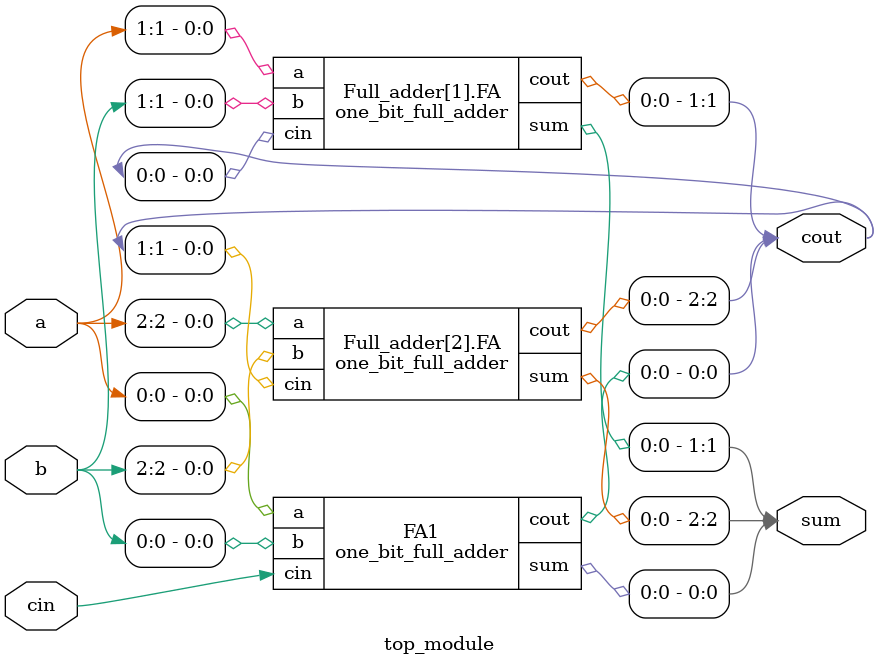
<source format=v>
module one_bit_full_adder ( 
    input a, b, cin,
    output cout, sum );
    always @(*) begin
        sum=a^b^cin;
        cout=(a&&b)||(b&&cin)||(a&&cin);
    end
endmodule

module top_module( 
    input [2:0] a, b,
    input cin,
    output [2:0] cout,
    output [2:0] sum );
    genvar i;
    one_bit_full_adder FA1(a[0],b[0],cin,cout[0],sum[0]);
    generate
        for(i=1;i<=2;i++) begin:Full_adder
            one_bit_full_adder FA(a[i],b[i],cout[i-1],cout[i],sum[i]);
        end
    endgenerate
endmodule
</source>
